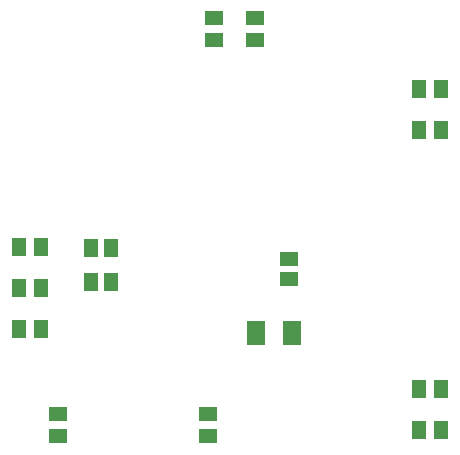
<source format=gbr>
G04 EAGLE Gerber RS-274X export*
G75*
%MOMM*%
%FSLAX34Y34*%
%LPD*%
%INSolderpaste Bottom*%
%IPPOS*%
%AMOC8*
5,1,8,0,0,1.08239X$1,22.5*%
G01*
%ADD10R,1.300000X1.500000*%
%ADD11R,1.500000X2.000000*%
%ADD12R,1.500000X1.300000*%
%ADD13R,1.600000X1.300000*%
%ADD14R,1.300000X1.600000*%


D10*
X167165Y259410D03*
X150165Y259410D03*
X150165Y230200D03*
X167165Y230200D03*
D11*
X290000Y187000D03*
X320000Y187000D03*
D12*
X317500Y249800D03*
X317500Y232800D03*
D13*
X254000Y454000D03*
X254000Y435000D03*
D14*
X88900Y225400D03*
X107900Y225400D03*
X446600Y358800D03*
X427600Y358800D03*
X446600Y393700D03*
X427600Y393700D03*
D13*
X288900Y454000D03*
X288900Y435000D03*
D14*
X88900Y190600D03*
X107900Y190600D03*
X107900Y260200D03*
X88900Y260200D03*
D13*
X122500Y99600D03*
X122500Y118600D03*
X249100Y99700D03*
X249100Y118700D03*
D14*
X446600Y104700D03*
X427600Y104700D03*
X446600Y139700D03*
X427600Y139700D03*
M02*

</source>
